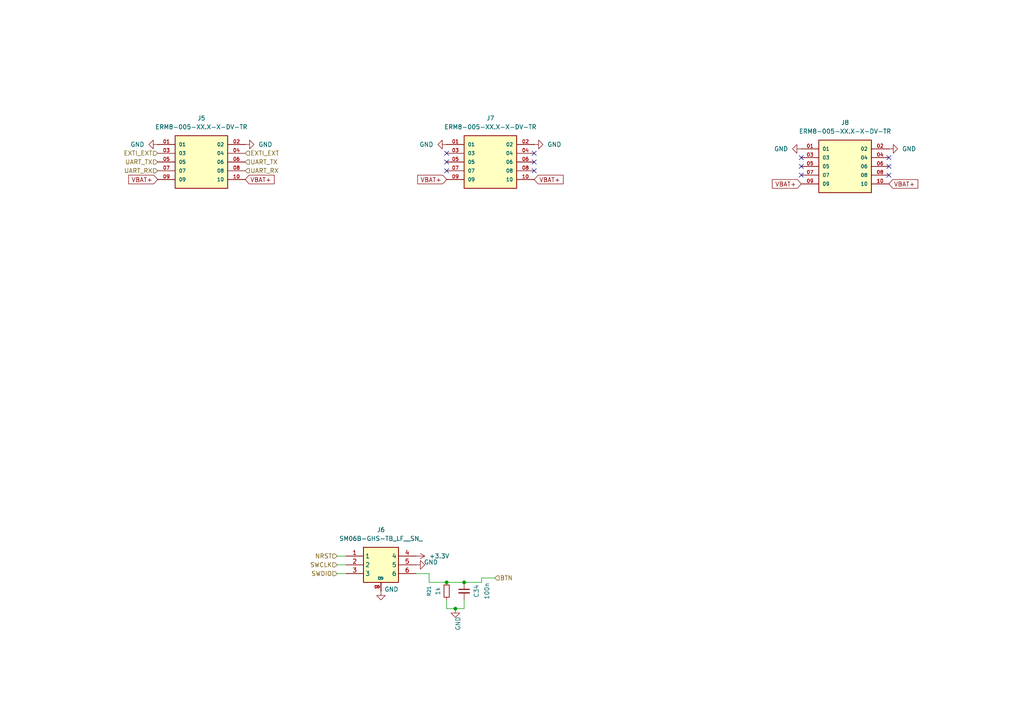
<source format=kicad_sch>
(kicad_sch (version 20250114) (generator "eeschema") (generator_version "9.0")
  (paper "A4")
  (lib_symbols
    (symbol "Device:C_Small" (pin_numbers (hide yes)) (pin_names (offset 0.254) (hide yes))
      (property "Reference" "C" (at 0.254 1.778 0))
      (property "Value" "C_Small" (at 0.254 -2.032 0))
      (symbol "C_Small_0_1"
        (polyline (pts (xy -1.524 0.508) (xy 1.524 0.508)) (stroke (width 0.3048)))
        (polyline (pts (xy -1.524 -0.508) (xy 1.524 -0.508)) (stroke (width 0.3302)))
      )
      (symbol "C_Small_1_1"
        (pin passive line (at 0 2.54 270) (length 2.032) (name "~") (number "1"))
        (pin passive line (at 0 -2.54 90) (length 2.032) (name "~") (number "2"))
      )
    )
    (symbol "Device:R_Small" (pin_numbers (hide yes)) (pin_names (offset 0.254) (hide yes))
      (property "Reference" "R" (at 0 0 90))
      (property "Value" "R_Small" (at 1.778 0 90))
      (symbol "R_Small_0_1"
        (rectangle (start -0.762 1.778) (end 0.762 -1.778) (stroke (width 0.2032)))
      )
      (symbol "R_Small_1_1"
        (pin passive line (at 0 2.54 270) (length 0.762) (name "~") (number "1"))
        (pin passive line (at 0 -2.54 90) (length 0.762) (name "~") (number "2"))
      )
    )
    (symbol "ERM8:ERM8-005-XX.X-X-DV-TR" (pin_names (offset 1.016))
      (property "Reference" "J" (at -7.62 8.89 0))
      (property "Value" "ERM8-005-XX.X-X-DV-TR" (at -7.62 -8.89 0))
      (symbol "ERM8-005-XX.X-X-DV-TR_0_0"
        (rectangle (start -7.62 -7.62) (end 7.62 7.62) (stroke (width 0.254)) (fill (type background)))
        (pin passive line (at -12.7 5.08 0) (length 5.08) (name "01") (number "01"))
        (pin passive line (at -12.7 2.54 0) (length 5.08) (name "03") (number "03"))
        (pin passive line (at -12.7 0 0) (length 5.08) (name "05") (number "05"))
        (pin passive line (at -12.7 -2.54 0) (length 5.08) (name "07") (number "07"))
        (pin passive line (at -12.7 -5.08 0) (length 5.08) (name "09") (number "09"))
        (pin passive line (at 12.7 5.08 180) (length 5.08) (name "02") (number "02"))
        (pin passive line (at 12.7 2.54 180) (length 5.08) (name "04") (number "04"))
        (pin passive line (at 12.7 0 180) (length 5.08) (name "06") (number "06"))
        (pin passive line (at 12.7 -2.54 180) (length 5.08) (name "08") (number "08"))
        (pin passive line (at 12.7 -5.08 180) (length 5.08) (name "10") (number "10"))
      )
    )
    (symbol "power:+3.3V" (power) (pin_numbers (hide yes)) (pin_names (offset 0) (hide yes))
      (property "Value" "+3.3V" (at 0 3.556 0))
      (symbol "+3.3V_0_1"
        (polyline (pts (xy -0.762 1.27) (xy 0 2.54)))
        (polyline (pts (xy 0 2.54) (xy 0.762 1.27)))
        (polyline (pts (xy 0 0) (xy 0 2.54)))
      )
      (symbol "+3.3V_1_1"
        (pin power_in line (at 0 0 90) (length 0) (name "~") (number "1"))
      )
    )
    (symbol "power:GND" (power) (pin_numbers (hide yes)) (pin_names (offset 0) (hide yes))
      (property "Value" "GND" (at 0 -3.81 0))
      (symbol "GND_0_1"
        (polyline (pts (xy 0 0) (xy 0 -1.27) (xy 1.27 -1.27) (xy 0 -2.54) (xy -1.27 -1.27) (xy 0 -1.27)))
      )
      (symbol "GND_1_1"
        (pin power_in line (at 0 0 270) (length 0) (name "~") (number "1"))
      )
    )
    (symbol "samacsys:SM06B-GHS-TB_LF__SN_"
      (property "Reference" "J" (at 16.51 7.62 0))
      (property "Value" "SM06B-GHS-TB_LF__SN_" (at 16.51 5.08 0))
      (symbol "SM06B-GHS-TB_LF__SN__1_1"
        (rectangle (start 5.08 2.54) (end 15.24 -7.62) (stroke (width 0.254)) (fill (type background)))
        (pin passive line (at 0 0 0) (length 5.08) (name "1") (number "1"))
        (pin passive line (at 0 -2.54 0) (length 5.08) (name "2") (number "2"))
        (pin passive line (at 0 -5.08 0) (length 5.08) (name "3") (number "3"))
        (pin free line (at 10.16 -10.16 90) (length 2.54) (name "7") (number "7"))
        (pin free line (at 10.16 -10.16 90) (length 2.54) (name "8") (number "8"))
        (pin passive line (at 20.32 0 180) (length 5.08) (name "4") (number "4"))
        (pin passive line (at 20.32 -2.54 180) (length 5.08) (name "5") (number "5"))
        (pin passive line (at 20.32 -5.08 180) (length 5.08) (name "6") (number "6"))
      )
    )
  )
  (junction (at 132.08 176.53))
  (junction (at 134.62 168.91))
  (junction (at 129.54 168.91))
  (no_connect (at 232.41 50.8))
  (no_connect (at 154.94 44.45))
  (no_connect (at 232.41 48.26))
  (no_connect (at 129.54 46.99))
  (no_connect (at 257.81 50.8))
  (no_connect (at 129.54 44.45))
  (no_connect (at 129.54 49.53))
  (no_connect (at 257.81 45.72))
  (no_connect (at 154.94 49.53))
  (no_connect (at 232.41 45.72))
  (no_connect (at 257.81 48.26))
  (no_connect (at 154.94 46.99))
  (wire (pts (xy 124.46 168.91) (xy 129.54 168.91)))
  (wire (pts (xy 134.62 176.53) (xy 132.08 176.53)))
  (wire (pts (xy 97.79 161.29) (xy 100.33 161.29)))
  (wire (pts (xy 139.7 167.64) (xy 143.51 167.64)))
  (wire (pts (xy 120.65 166.37) (xy 124.46 166.37)))
  (wire (pts (xy 134.62 168.91) (xy 139.7 168.91)))
  (wire (pts (xy 132.08 176.53) (xy 129.54 176.53)))
  (wire (pts (xy 139.7 168.91) (xy 139.7 167.64)))
  (wire (pts (xy 124.46 166.37) (xy 124.46 168.91)))
  (wire (pts (xy 129.54 168.91) (xy 134.62 168.91)))
  (wire (pts (xy 97.79 163.83) (xy 100.33 163.83)))
  (wire (pts (xy 129.54 176.53) (xy 129.54 173.99)))
  (wire (pts (xy 97.79 166.37) (xy 100.33 166.37)))
  (wire (pts (xy 134.62 173.99) (xy 134.62 176.53)))
  (global_label "VBAT+" (shape input) (at 71.12 52.07 0) (property "Intersheetrefs" "${INTERSHEET_REFS}" (effects (hide yes))))
  (global_label "VBAT+" (shape input) (at 45.72 52.07 180) (property "Intersheetrefs" "${INTERSHEET_REFS}" (effects (hide yes))))
  (global_label "VBAT+" (shape input) (at 154.94 52.07 0) (property "Intersheetrefs" "${INTERSHEET_REFS}" (effects (hide yes))))
  (global_label "VBAT+" (shape input) (at 257.81 53.34 0) (property "Intersheetrefs" "${INTERSHEET_REFS}" (effects (hide yes))))
  (global_label "VBAT+" (shape input) (at 129.54 52.07 180) (property "Intersheetrefs" "${INTERSHEET_REFS}" (effects (hide yes))))
  (global_label "VBAT+" (shape input) (at 232.41 53.34 180) (property "Intersheetrefs" "${INTERSHEET_REFS}" (effects (hide yes))))
  (hierarchical_label "BTN" (shape input) (at 143.51 167.64 0))
  (hierarchical_label "UART_TX" (shape input) (at 45.72 46.99 180))
  (hierarchical_label "EXTI_EXT" (shape input) (at 45.72 44.45 180))
  (hierarchical_label "SWDIO" (shape input) (at 97.79 166.37 180))
  (hierarchical_label "SWCLK" (shape input) (at 97.79 163.83 180))
  (hierarchical_label "UART_RX" (shape input) (at 45.72 49.53 180))
  (hierarchical_label "EXTI_EXT" (shape input) (at 71.12 44.45 0))
  (hierarchical_label "UART_RX" (shape input) (at 71.12 49.53 0))
  (hierarchical_label "NRST" (shape input) (at 97.79 161.29 180))
  (hierarchical_label "UART_TX" (shape input) (at 71.12 46.99 0))
  (symbol (lib_id "Device:C_Small") (at 134.62 171.45 0) (unit 1)
    (property "Reference" "C34" (at 138.176 171.45 90))
    (property "Value" "100n" (at 141.224 171.45 90))
    (property "Footprint" "Capacitor_SMD:C_0201_0603Metric_Pad0.64x0.40mm_HandSolder" (effects (hide yes)))
    (property "Description" "Unpolarized capacitor, small symbol" (effects (hide yes)))
  )
  (symbol (lib_id "Device:R_Small") (at 129.54 171.45 180) (unit 1)
    (property "Reference" "R21" (at 124.46 171.45 90) (effects (font (size 1.016 1.016))))
    (property "Value" "1k" (at 127 171.45 90))
    (property "Footprint" "Resistor_SMD:R_0201_0603Metric_Pad0.64x0.40mm_HandSolder" (effects (hide yes)))
    (property "Description" "Resistor, small symbol" (effects (hide yes)))
  )
  (symbol (lib_id "ERM8:ERM8-005-XX.X-X-DV-TR") (at 245.11 48.26 0) (unit 1)
    (property "Reference" "J8" (at 245.11 35.56 0))
    (property "Value" "ERM8-005-XX.X-X-DV-TR" (at 245.11 38.1 0))
    (property "Footprint" "ERM8:SAMTEC_ERM8-005-XX.X-X-DV-TR" (effects (hide yes)))
    (property "PARTREV" "L" (effects (hide yes)))
    (property "MANUFACTURER" "Samtec" (effects (hide yes)))
    (property "MAXIMUM_PACKAGE_HEIGHT" "11.905MM" (effects (hide yes)))
    (property "STANDARD" "Manufacturer recommendations" (effects (hide yes)))
  )
  (symbol (lib_id "power:GND") (at 132.08 176.53 0) (unit 1)
    (property "Reference" "#PWR039" (effects (hide yes)))
    (property "Value" "GND" (at 132.842 178.816 90) (effects (justify right)))
    (property "Description" "Power symbol creates a global label with name \"GND\" , ground" (effects (hide yes)))
  )
  (symbol (lib_id "power:GND") (at 120.65 163.83 90) (unit 1)
    (property "Reference" "#PWR038" (effects (hide yes)))
    (property "Value" "GND" (at 122.936 163.068 90) (effects (justify right)))
    (property "Description" "Power symbol creates a global label with name \"GND\" , ground" (effects (hide yes)))
  )
  (symbol (lib_id "power:GND") (at 45.72 41.91 270) (unit 1)
    (property "Reference" "#PWR048" (effects (hide yes)))
    (property "Value" "GND" (at 41.91 41.91 90) (effects (justify right)))
    (property "Description" "Power symbol creates a global label with name \"GND\" , ground" (effects (hide yes)))
  )
  (symbol (lib_id "power:GND") (at 154.94 41.91 90) (unit 1)
    (property "Reference" "#PWR050" (effects (hide yes)))
    (property "Value" "GND" (at 158.75 41.91 90) (effects (justify right)))
    (property "Description" "Power symbol creates a global label with name \"GND\" , ground" (effects (hide yes)))
  )
  (symbol (lib_id "power:GND") (at 71.12 41.91 90) (unit 1)
    (property "Reference" "#PWR049" (effects (hide yes)))
    (property "Value" "GND" (at 74.93 41.91 90) (effects (justify right)))
    (property "Description" "Power symbol creates a global label with name \"GND\" , ground" (effects (hide yes)))
  )
  (symbol (lib_id "power:+3.3V") (at 120.65 161.29 270) (unit 1)
    (property "Reference" "#PWR037" (effects (hide yes)))
    (property "Value" "+3.3V" (at 124.46 161.2899 90) (effects (justify left)))
    (property "Description" "Power symbol creates a global label with name \"+3.3V\"" (effects (hide yes)))
  )
  (symbol (lib_id "power:GND") (at 257.81 43.18 90) (unit 1)
    (property "Reference" "#PWR052" (effects (hide yes)))
    (property "Value" "GND" (at 261.62 43.18 90) (effects (justify right)))
    (property "Description" "Power symbol creates a global label with name \"GND\" , ground" (effects (hide yes)))
  )
  (symbol (lib_id "power:GND") (at 110.49 171.45 0) (unit 1)
    (property "Reference" "#PWR036" (effects (hide yes)))
    (property "Value" "GND" (at 115.57 170.942 0) (effects (justify right)))
    (property "Description" "Power symbol creates a global label with name \"GND\" , ground" (effects (hide yes)))
  )
  (symbol (lib_id "power:GND") (at 232.41 43.18 270) (unit 1)
    (property "Reference" "#PWR053" (effects (hide yes)))
    (property "Value" "GND" (at 228.6 43.18 90) (effects (justify right)))
    (property "Description" "Power symbol creates a global label with name \"GND\" , ground" (effects (hide yes)))
  )
  (symbol (lib_id "power:GND") (at 129.54 41.91 270) (unit 1)
    (property "Reference" "#PWR051" (effects (hide yes)))
    (property "Value" "GND" (at 125.73 41.91 90) (effects (justify right)))
    (property "Description" "Power symbol creates a global label with name \"GND\" , ground" (effects (hide yes)))
  )
  (symbol (lib_id "ERM8:ERM8-005-XX.X-X-DV-TR") (at 142.24 46.99 0) (unit 1)
    (property "Reference" "J7" (at 142.24 34.29 0))
    (property "Value" "ERM8-005-XX.X-X-DV-TR" (at 142.24 36.83 0))
    (property "Footprint" "ERM8:SAMTEC_ERM8-005-XX.X-X-DV-TR" (effects (hide yes)))
    (property "PARTREV" "L" (effects (hide yes)))
    (property "MANUFACTURER" "Samtec" (effects (hide yes)))
    (property "MAXIMUM_PACKAGE_HEIGHT" "11.905MM" (effects (hide yes)))
    (property "STANDARD" "Manufacturer recommendations" (effects (hide yes)))
  )
  (symbol (lib_id "ERM8:ERM8-005-XX.X-X-DV-TR") (at 58.42 46.99 0) (unit 1)
    (property "Reference" "J5" (at 58.42 34.29 0))
    (property "Value" "ERM8-005-XX.X-X-DV-TR" (at 58.42 36.83 0))
    (property "Footprint" "ERM8:SAMTEC_ERM8-005-XX.X-X-DV-TR" (effects (hide yes)))
    (property "PARTREV" "L" (effects (hide yes)))
    (property "MANUFACTURER" "Samtec" (effects (hide yes)))
    (property "MAXIMUM_PACKAGE_HEIGHT" "11.905MM" (effects (hide yes)))
    (property "STANDARD" "Manufacturer recommendations" (effects (hide yes)))
  )
  (symbol (lib_id "samacsys:SM06B-GHS-TB_LF__SN_") (at 100.33 161.29 0) (unit 1)
    (property "Reference" "J6" (at 110.49 153.67 0))
    (property "Value" "SM06B-GHS-TB_LF__SN_" (at 110.49 156.21 0))
    (property "Footprint" "samacsys:SM06B-GHS-TB" (effects (hide yes)))
    (property "Datasheet" "https://datasheet.datasheetarchive.com/originals/distributors/Datasheets_SAMA/e4ef010dc292ea31091454f6c0afb63a.pdf" (effects (hide yes)))
    (property "Description" "GH 1.25mm header side entry 6 way JST GH Series, 1.25mm Pitch 6 Way Right Angle PCB Header, Solder Termination, 1A" (effects (hide yes)))
    (property "Manufacturer_Name" "JST (JAPAN SOLDERLESS TERMINALS)" (effects (hide yes)))
    (property "Manufacturer_Part_Number" "SM06B-GHS-TB(LF)(SN)" (effects (hide yes)))
    (property "Mouser Part Number" "N/A" (effects (hide yes)))
    (property "Mouser Price/Stock" "https://www.mouser.co.uk/ProductDetail/JST-Commercial/SM06B-GHS-TBLFSN?qs=QpmGXVUTftFzTQe43vH9Ig%3D%3D" (effects (hide yes)))
    (property "Arrow Part Number" "SM06B-GHS-TB(LF)(SN)" (effects (hide yes)))
    (property "Arrow Price/Stock" "https://www.arrow.com/en/products/sm06b-ghs-tb-lf-sn/jst-manufacturing" (effects (hide yes)))
  )
)
</source>
